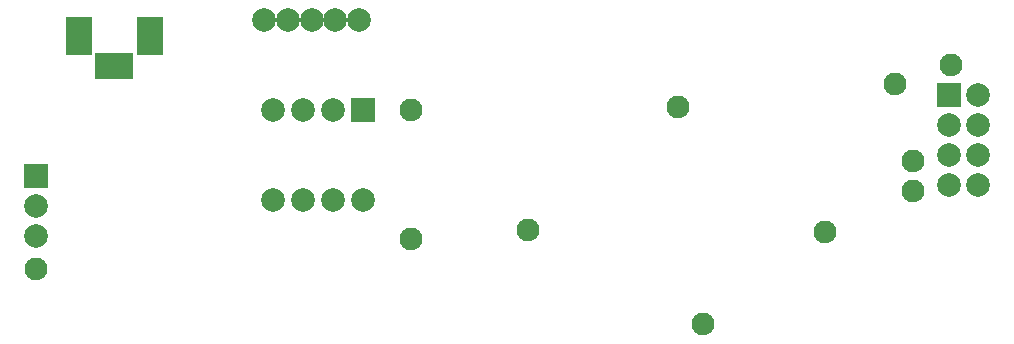
<source format=gbs>
G04*
G04 #@! TF.GenerationSoftware,Altium Limited,Altium Designer,18.1.9 (240)*
G04*
G04 Layer_Color=16711935*
%FSLAX25Y25*%
%MOIN*%
G70*
G01*
G75*
%ADD16R,0.07887X0.07887*%
%ADD17C,0.07887*%
%ADD18R,0.08674X0.12611*%
%ADD19R,0.12611X0.08674*%
%ADD20C,0.07600*%
D16*
X11000Y58000D02*
D03*
X315472Y85039D02*
D03*
X120000Y80000D02*
D03*
D17*
X11000Y48000D02*
D03*
Y38000D02*
D03*
X95000Y110000D02*
D03*
X87126D02*
D03*
X102874D02*
D03*
X110748D02*
D03*
X118622D02*
D03*
X324961Y65039D02*
D03*
Y55039D02*
D03*
Y75039D02*
D03*
Y85039D02*
D03*
X315472Y75039D02*
D03*
Y55039D02*
D03*
Y65039D02*
D03*
X90000Y50000D02*
D03*
X100000D02*
D03*
X110000D02*
D03*
X120000D02*
D03*
X90000Y80000D02*
D03*
X100000D02*
D03*
X110000D02*
D03*
D18*
X48937Y104685D02*
D03*
X25315D02*
D03*
D19*
X37087Y94803D02*
D03*
D20*
X297500Y88600D02*
D03*
X303433Y63000D02*
D03*
X316000Y95000D02*
D03*
X136000Y80000D02*
D03*
Y37000D02*
D03*
X233504Y8504D02*
D03*
X225000Y81000D02*
D03*
X273858Y39142D02*
D03*
X303433Y53000D02*
D03*
X11000Y27000D02*
D03*
X175000Y40000D02*
D03*
M02*

</source>
